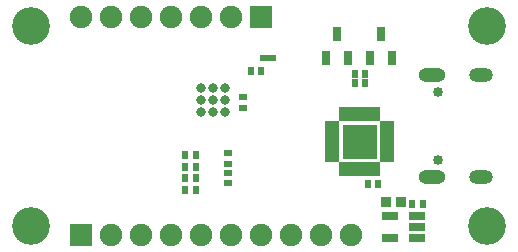
<source format=gbs>
G04*
G04 #@! TF.GenerationSoftware,Altium Limited,Altium Designer,21.6.4 (81)*
G04*
G04 Layer_Color=16711935*
%FSLAX44Y44*%
%MOMM*%
G71*
G04*
G04 #@! TF.SameCoordinates,711A6483-5E67-4E50-9913-089A3A40D486*
G04*
G04*
G04 #@! TF.FilePolarity,Negative*
G04*
G01*
G75*
%ADD37R,0.6032X0.7032*%
%ADD40R,0.7032X0.6032*%
%ADD44R,0.9652X0.9652*%
%ADD52C,1.9032*%
%ADD53R,1.9032X1.9032*%
%ADD54C,3.2032*%
%ADD55C,0.8532*%
%ADD56O,2.0032X1.2032*%
%ADD57O,2.3032X1.2032*%
%ADD58C,0.8132*%
%ADD80R,0.7032X0.5032*%
%ADD81R,0.8032X1.2032*%
G04:AMPARAMS|DCode=82|XSize=0.5588mm|YSize=1.2192mm|CornerRadius=0.2032mm|HoleSize=0mm|Usage=FLASHONLY|Rotation=270.000|XOffset=0mm|YOffset=0mm|HoleType=Round|Shape=RoundedRectangle|*
%AMROUNDEDRECTD82*
21,1,0.5588,0.8128,0,0,270.0*
21,1,0.1524,1.2192,0,0,270.0*
1,1,0.4064,-0.4064,-0.0762*
1,1,0.4064,-0.4064,0.0762*
1,1,0.4064,0.4064,0.0762*
1,1,0.4064,0.4064,-0.0762*
%
%ADD82ROUNDEDRECTD82*%
G04:AMPARAMS|DCode=83|XSize=0.5588mm|YSize=1.2192mm|CornerRadius=0.2032mm|HoleSize=0mm|Usage=FLASHONLY|Rotation=0.000|XOffset=0mm|YOffset=0mm|HoleType=Round|Shape=RoundedRectangle|*
%AMROUNDEDRECTD83*
21,1,0.5588,0.8128,0,0,0.0*
21,1,0.1524,1.2192,0,0,0.0*
1,1,0.4064,0.0762,-0.4064*
1,1,0.4064,-0.0762,-0.4064*
1,1,0.4064,-0.0762,0.4064*
1,1,0.4064,0.0762,0.4064*
%
%ADD83ROUNDEDRECTD83*%
%ADD84R,2.9032X3.0032*%
%ADD85R,1.3602X0.6932*%
%ADD86R,1.3782X0.6932*%
D37*
X186250Y130810D02*
D03*
X194750D02*
D03*
X139120Y59691D02*
D03*
X130121Y59690D02*
D03*
Y49940D02*
D03*
X139120Y49941D02*
D03*
X130121Y30439D02*
D03*
X139120Y30440D02*
D03*
X130121Y40189D02*
D03*
X139120Y40190D02*
D03*
X284870Y35560D02*
D03*
X293370D02*
D03*
X331511Y18565D02*
D03*
X322512Y18564D02*
D03*
X273880Y128270D02*
D03*
X282380D02*
D03*
X282380Y120650D02*
D03*
X273880D02*
D03*
D40*
X166369Y61649D02*
D03*
X166370Y52650D02*
D03*
X166369Y44890D02*
D03*
Y36390D02*
D03*
X179069Y108639D02*
D03*
X179070Y99640D02*
D03*
D44*
X300193Y19833D02*
D03*
X313193D02*
D03*
D52*
X41910Y176530D02*
D03*
X168910D02*
D03*
X143510D02*
D03*
X118110D02*
D03*
X92710D02*
D03*
X67310D02*
D03*
X270510Y-7620D02*
D03*
X245110D02*
D03*
X219710D02*
D03*
X194310D02*
D03*
X67310D02*
D03*
X92710D02*
D03*
X118110D02*
D03*
X143510D02*
D03*
X168910D02*
D03*
D53*
X194310Y176530D02*
D03*
X41910Y-7620D02*
D03*
D54*
X386080Y168910D02*
D03*
X0D02*
D03*
X386080Y0D02*
D03*
X0D02*
D03*
D55*
X344501Y113355D02*
D03*
Y55555D02*
D03*
D56*
X381000Y127655D02*
D03*
X381001Y41254D02*
D03*
D57*
X339501Y127656D02*
D03*
X339502Y41255D02*
D03*
D58*
X153671Y106681D02*
D03*
X143671D02*
D03*
X163671Y96678D02*
D03*
X143671D02*
D03*
X163671Y106681D02*
D03*
X163673Y116681D02*
D03*
X143674D02*
D03*
X153671D02*
D03*
Y96678D02*
D03*
D80*
X204048Y142240D02*
D03*
X197272D02*
D03*
D81*
X259080Y162400D02*
D03*
X249580Y142400D02*
D03*
X268580D02*
D03*
X305410D02*
D03*
X286410D02*
D03*
X295910Y162400D02*
D03*
D82*
X301371Y86120D02*
D03*
Y81120D02*
D03*
Y76120D02*
D03*
Y71120D02*
D03*
Y66120D02*
D03*
Y61120D02*
D03*
Y56120D02*
D03*
X254889D02*
D03*
Y61120D02*
D03*
Y66120D02*
D03*
Y71120D02*
D03*
Y76120D02*
D03*
Y81120D02*
D03*
Y86120D02*
D03*
D83*
X293130Y47879D02*
D03*
X288130D02*
D03*
X283130D02*
D03*
X278130D02*
D03*
X273130D02*
D03*
X268130D02*
D03*
X263130D02*
D03*
Y94361D02*
D03*
X268130D02*
D03*
X273130D02*
D03*
X278130D02*
D03*
X283130D02*
D03*
X288130D02*
D03*
X293130D02*
D03*
D84*
X278130Y71120D02*
D03*
D85*
X326497Y8230D02*
D03*
Y-1270D02*
D03*
Y-10770D02*
D03*
D86*
X303423D02*
D03*
Y8230D02*
D03*
M02*

</source>
